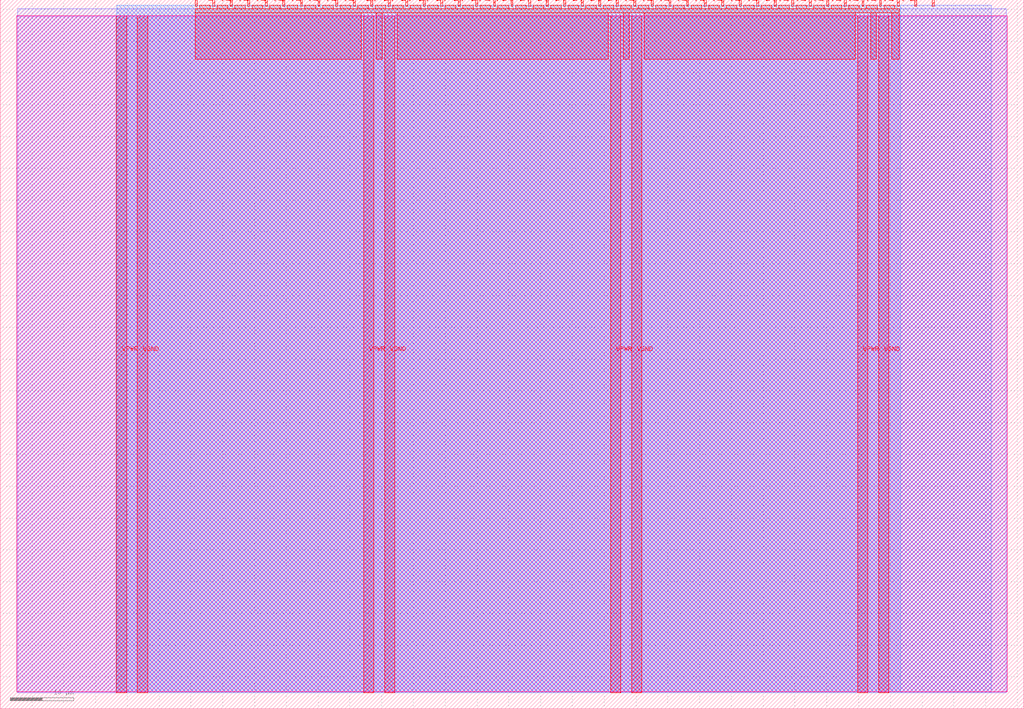
<source format=lef>
VERSION 5.7 ;
  NOWIREEXTENSIONATPIN ON ;
  DIVIDERCHAR "/" ;
  BUSBITCHARS "[]" ;
MACRO tt_um_wokwi_411379488132926465
  CLASS BLOCK ;
  FOREIGN tt_um_wokwi_411379488132926465 ;
  ORIGIN 0.000 0.000 ;
  SIZE 161.000 BY 111.520 ;
  PIN VGND
    DIRECTION INOUT ;
    USE GROUND ;
    PORT
      LAYER met4 ;
        RECT 21.580 2.480 23.180 109.040 ;
    END
    PORT
      LAYER met4 ;
        RECT 60.450 2.480 62.050 109.040 ;
    END
    PORT
      LAYER met4 ;
        RECT 99.320 2.480 100.920 109.040 ;
    END
    PORT
      LAYER met4 ;
        RECT 138.190 2.480 139.790 109.040 ;
    END
  END VGND
  PIN VPWR
    DIRECTION INOUT ;
    USE POWER ;
    PORT
      LAYER met4 ;
        RECT 18.280 2.480 19.880 109.040 ;
    END
    PORT
      LAYER met4 ;
        RECT 57.150 2.480 58.750 109.040 ;
    END
    PORT
      LAYER met4 ;
        RECT 96.020 2.480 97.620 109.040 ;
    END
    PORT
      LAYER met4 ;
        RECT 134.890 2.480 136.490 109.040 ;
    END
  END VPWR
  PIN clk
    DIRECTION INPUT ;
    USE SIGNAL ;
    PORT
      LAYER met4 ;
        RECT 143.830 110.520 144.130 111.520 ;
    END
  END clk
  PIN ena
    DIRECTION INPUT ;
    USE SIGNAL ;
    PORT
      LAYER met4 ;
        RECT 146.590 110.520 146.890 111.520 ;
    END
  END ena
  PIN rst_n
    DIRECTION INPUT ;
    USE SIGNAL ;
    ANTENNAGATEAREA 0.196500 ;
    PORT
      LAYER met4 ;
        RECT 141.070 110.520 141.370 111.520 ;
    END
  END rst_n
  PIN ui_in[0]
    DIRECTION INPUT ;
    USE SIGNAL ;
    ANTENNAGATEAREA 0.196500 ;
    PORT
      LAYER met4 ;
        RECT 138.310 110.520 138.610 111.520 ;
    END
  END ui_in[0]
  PIN ui_in[1]
    DIRECTION INPUT ;
    USE SIGNAL ;
    ANTENNAGATEAREA 0.196500 ;
    PORT
      LAYER met4 ;
        RECT 135.550 110.520 135.850 111.520 ;
    END
  END ui_in[1]
  PIN ui_in[2]
    DIRECTION INPUT ;
    USE SIGNAL ;
    ANTENNAGATEAREA 0.196500 ;
    PORT
      LAYER met4 ;
        RECT 132.790 110.520 133.090 111.520 ;
    END
  END ui_in[2]
  PIN ui_in[3]
    DIRECTION INPUT ;
    USE SIGNAL ;
    ANTENNAGATEAREA 0.213000 ;
    PORT
      LAYER met4 ;
        RECT 130.030 110.520 130.330 111.520 ;
    END
  END ui_in[3]
  PIN ui_in[4]
    DIRECTION INPUT ;
    USE SIGNAL ;
    ANTENNAGATEAREA 0.196500 ;
    PORT
      LAYER met4 ;
        RECT 127.270 110.520 127.570 111.520 ;
    END
  END ui_in[4]
  PIN ui_in[5]
    DIRECTION INPUT ;
    USE SIGNAL ;
    ANTENNAGATEAREA 0.196500 ;
    PORT
      LAYER met4 ;
        RECT 124.510 110.520 124.810 111.520 ;
    END
  END ui_in[5]
  PIN ui_in[6]
    DIRECTION INPUT ;
    USE SIGNAL ;
    ANTENNAGATEAREA 0.196500 ;
    PORT
      LAYER met4 ;
        RECT 121.750 110.520 122.050 111.520 ;
    END
  END ui_in[6]
  PIN ui_in[7]
    DIRECTION INPUT ;
    USE SIGNAL ;
    ANTENNAGATEAREA 0.159000 ;
    PORT
      LAYER met4 ;
        RECT 118.990 110.520 119.290 111.520 ;
    END
  END ui_in[7]
  PIN uio_in[0]
    DIRECTION INPUT ;
    USE SIGNAL ;
    PORT
      LAYER met4 ;
        RECT 116.230 110.520 116.530 111.520 ;
    END
  END uio_in[0]
  PIN uio_in[1]
    DIRECTION INPUT ;
    USE SIGNAL ;
    PORT
      LAYER met4 ;
        RECT 113.470 110.520 113.770 111.520 ;
    END
  END uio_in[1]
  PIN uio_in[2]
    DIRECTION INPUT ;
    USE SIGNAL ;
    PORT
      LAYER met4 ;
        RECT 110.710 110.520 111.010 111.520 ;
    END
  END uio_in[2]
  PIN uio_in[3]
    DIRECTION INPUT ;
    USE SIGNAL ;
    PORT
      LAYER met4 ;
        RECT 107.950 110.520 108.250 111.520 ;
    END
  END uio_in[3]
  PIN uio_in[4]
    DIRECTION INPUT ;
    USE SIGNAL ;
    PORT
      LAYER met4 ;
        RECT 105.190 110.520 105.490 111.520 ;
    END
  END uio_in[4]
  PIN uio_in[5]
    DIRECTION INPUT ;
    USE SIGNAL ;
    PORT
      LAYER met4 ;
        RECT 102.430 110.520 102.730 111.520 ;
    END
  END uio_in[5]
  PIN uio_in[6]
    DIRECTION INPUT ;
    USE SIGNAL ;
    PORT
      LAYER met4 ;
        RECT 99.670 110.520 99.970 111.520 ;
    END
  END uio_in[6]
  PIN uio_in[7]
    DIRECTION INPUT ;
    USE SIGNAL ;
    PORT
      LAYER met4 ;
        RECT 96.910 110.520 97.210 111.520 ;
    END
  END uio_in[7]
  PIN uio_oe[0]
    DIRECTION OUTPUT ;
    USE SIGNAL ;
    PORT
      LAYER met4 ;
        RECT 49.990 110.520 50.290 111.520 ;
    END
  END uio_oe[0]
  PIN uio_oe[1]
    DIRECTION OUTPUT ;
    USE SIGNAL ;
    PORT
      LAYER met4 ;
        RECT 47.230 110.520 47.530 111.520 ;
    END
  END uio_oe[1]
  PIN uio_oe[2]
    DIRECTION OUTPUT ;
    USE SIGNAL ;
    PORT
      LAYER met4 ;
        RECT 44.470 110.520 44.770 111.520 ;
    END
  END uio_oe[2]
  PIN uio_oe[3]
    DIRECTION OUTPUT ;
    USE SIGNAL ;
    PORT
      LAYER met4 ;
        RECT 41.710 110.520 42.010 111.520 ;
    END
  END uio_oe[3]
  PIN uio_oe[4]
    DIRECTION OUTPUT ;
    USE SIGNAL ;
    PORT
      LAYER met4 ;
        RECT 38.950 110.520 39.250 111.520 ;
    END
  END uio_oe[4]
  PIN uio_oe[5]
    DIRECTION OUTPUT ;
    USE SIGNAL ;
    PORT
      LAYER met4 ;
        RECT 36.190 110.520 36.490 111.520 ;
    END
  END uio_oe[5]
  PIN uio_oe[6]
    DIRECTION OUTPUT ;
    USE SIGNAL ;
    PORT
      LAYER met4 ;
        RECT 33.430 110.520 33.730 111.520 ;
    END
  END uio_oe[6]
  PIN uio_oe[7]
    DIRECTION OUTPUT ;
    USE SIGNAL ;
    PORT
      LAYER met4 ;
        RECT 30.670 110.520 30.970 111.520 ;
    END
  END uio_oe[7]
  PIN uio_out[0]
    DIRECTION OUTPUT ;
    USE SIGNAL ;
    PORT
      LAYER met4 ;
        RECT 72.070 110.520 72.370 111.520 ;
    END
  END uio_out[0]
  PIN uio_out[1]
    DIRECTION OUTPUT ;
    USE SIGNAL ;
    PORT
      LAYER met4 ;
        RECT 69.310 110.520 69.610 111.520 ;
    END
  END uio_out[1]
  PIN uio_out[2]
    DIRECTION OUTPUT ;
    USE SIGNAL ;
    PORT
      LAYER met4 ;
        RECT 66.550 110.520 66.850 111.520 ;
    END
  END uio_out[2]
  PIN uio_out[3]
    DIRECTION OUTPUT ;
    USE SIGNAL ;
    PORT
      LAYER met4 ;
        RECT 63.790 110.520 64.090 111.520 ;
    END
  END uio_out[3]
  PIN uio_out[4]
    DIRECTION OUTPUT ;
    USE SIGNAL ;
    PORT
      LAYER met4 ;
        RECT 61.030 110.520 61.330 111.520 ;
    END
  END uio_out[4]
  PIN uio_out[5]
    DIRECTION OUTPUT ;
    USE SIGNAL ;
    PORT
      LAYER met4 ;
        RECT 58.270 110.520 58.570 111.520 ;
    END
  END uio_out[5]
  PIN uio_out[6]
    DIRECTION OUTPUT ;
    USE SIGNAL ;
    PORT
      LAYER met4 ;
        RECT 55.510 110.520 55.810 111.520 ;
    END
  END uio_out[6]
  PIN uio_out[7]
    DIRECTION OUTPUT ;
    USE SIGNAL ;
    PORT
      LAYER met4 ;
        RECT 52.750 110.520 53.050 111.520 ;
    END
  END uio_out[7]
  PIN uo_out[0]
    DIRECTION OUTPUT ;
    USE SIGNAL ;
    ANTENNADIFFAREA 0.445500 ;
    PORT
      LAYER met4 ;
        RECT 94.150 110.520 94.450 111.520 ;
    END
  END uo_out[0]
  PIN uo_out[1]
    DIRECTION OUTPUT ;
    USE SIGNAL ;
    ANTENNADIFFAREA 0.445500 ;
    PORT
      LAYER met4 ;
        RECT 91.390 110.520 91.690 111.520 ;
    END
  END uo_out[1]
  PIN uo_out[2]
    DIRECTION OUTPUT ;
    USE SIGNAL ;
    ANTENNADIFFAREA 0.445500 ;
    PORT
      LAYER met4 ;
        RECT 88.630 110.520 88.930 111.520 ;
    END
  END uo_out[2]
  PIN uo_out[3]
    DIRECTION OUTPUT ;
    USE SIGNAL ;
    ANTENNADIFFAREA 0.795200 ;
    PORT
      LAYER met4 ;
        RECT 85.870 110.520 86.170 111.520 ;
    END
  END uo_out[3]
  PIN uo_out[4]
    DIRECTION OUTPUT ;
    USE SIGNAL ;
    ANTENNADIFFAREA 0.445500 ;
    PORT
      LAYER met4 ;
        RECT 83.110 110.520 83.410 111.520 ;
    END
  END uo_out[4]
  PIN uo_out[5]
    DIRECTION OUTPUT ;
    USE SIGNAL ;
    ANTENNADIFFAREA 0.445500 ;
    PORT
      LAYER met4 ;
        RECT 80.350 110.520 80.650 111.520 ;
    END
  END uo_out[5]
  PIN uo_out[6]
    DIRECTION OUTPUT ;
    USE SIGNAL ;
    ANTENNADIFFAREA 0.445500 ;
    PORT
      LAYER met4 ;
        RECT 77.590 110.520 77.890 111.520 ;
    END
  END uo_out[6]
  PIN uo_out[7]
    DIRECTION OUTPUT ;
    USE SIGNAL ;
    PORT
      LAYER met4 ;
        RECT 74.830 110.520 75.130 111.520 ;
    END
  END uo_out[7]
  OBS
      LAYER nwell ;
        RECT 2.570 2.635 158.430 108.990 ;
      LAYER li1 ;
        RECT 2.760 2.635 158.240 108.885 ;
      LAYER met1 ;
        RECT 2.760 2.480 158.240 110.120 ;
      LAYER met2 ;
        RECT 18.310 2.535 155.840 110.685 ;
      LAYER met3 ;
        RECT 18.290 2.555 141.615 110.665 ;
      LAYER met4 ;
        RECT 31.370 110.120 33.030 110.665 ;
        RECT 34.130 110.120 35.790 110.665 ;
        RECT 36.890 110.120 38.550 110.665 ;
        RECT 39.650 110.120 41.310 110.665 ;
        RECT 42.410 110.120 44.070 110.665 ;
        RECT 45.170 110.120 46.830 110.665 ;
        RECT 47.930 110.120 49.590 110.665 ;
        RECT 50.690 110.120 52.350 110.665 ;
        RECT 53.450 110.120 55.110 110.665 ;
        RECT 56.210 110.120 57.870 110.665 ;
        RECT 58.970 110.120 60.630 110.665 ;
        RECT 61.730 110.120 63.390 110.665 ;
        RECT 64.490 110.120 66.150 110.665 ;
        RECT 67.250 110.120 68.910 110.665 ;
        RECT 70.010 110.120 71.670 110.665 ;
        RECT 72.770 110.120 74.430 110.665 ;
        RECT 75.530 110.120 77.190 110.665 ;
        RECT 78.290 110.120 79.950 110.665 ;
        RECT 81.050 110.120 82.710 110.665 ;
        RECT 83.810 110.120 85.470 110.665 ;
        RECT 86.570 110.120 88.230 110.665 ;
        RECT 89.330 110.120 90.990 110.665 ;
        RECT 92.090 110.120 93.750 110.665 ;
        RECT 94.850 110.120 96.510 110.665 ;
        RECT 97.610 110.120 99.270 110.665 ;
        RECT 100.370 110.120 102.030 110.665 ;
        RECT 103.130 110.120 104.790 110.665 ;
        RECT 105.890 110.120 107.550 110.665 ;
        RECT 108.650 110.120 110.310 110.665 ;
        RECT 111.410 110.120 113.070 110.665 ;
        RECT 114.170 110.120 115.830 110.665 ;
        RECT 116.930 110.120 118.590 110.665 ;
        RECT 119.690 110.120 121.350 110.665 ;
        RECT 122.450 110.120 124.110 110.665 ;
        RECT 125.210 110.120 126.870 110.665 ;
        RECT 127.970 110.120 129.630 110.665 ;
        RECT 130.730 110.120 132.390 110.665 ;
        RECT 133.490 110.120 135.150 110.665 ;
        RECT 136.250 110.120 137.910 110.665 ;
        RECT 139.010 110.120 140.670 110.665 ;
        RECT 30.655 109.440 141.385 110.120 ;
        RECT 30.655 102.175 56.750 109.440 ;
        RECT 59.150 102.175 60.050 109.440 ;
        RECT 62.450 102.175 95.620 109.440 ;
        RECT 98.020 102.175 98.920 109.440 ;
        RECT 101.320 102.175 134.490 109.440 ;
        RECT 136.890 102.175 137.790 109.440 ;
        RECT 140.190 102.175 141.385 109.440 ;
  END
END tt_um_wokwi_411379488132926465
END LIBRARY


</source>
